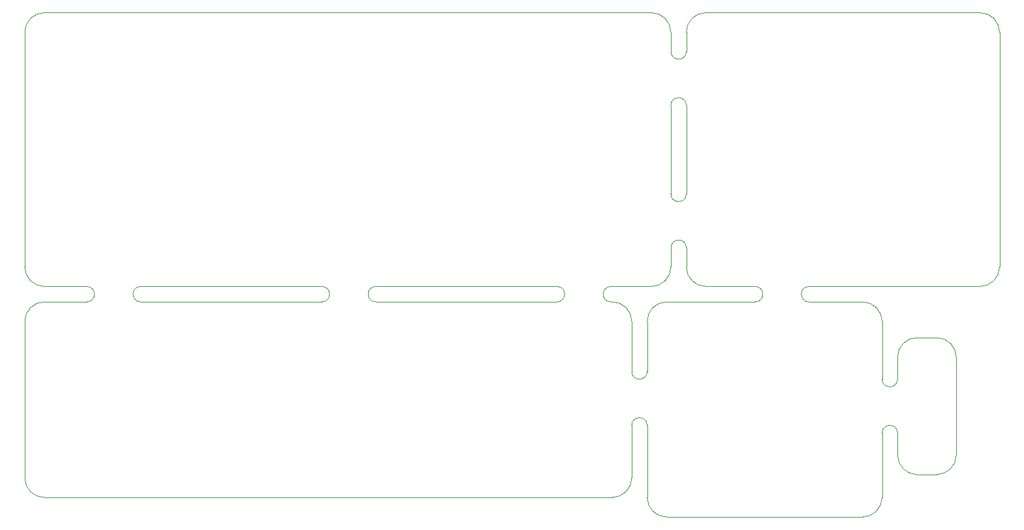
<source format=gbr>
%TF.GenerationSoftware,KiCad,Pcbnew,(6.0.2)*%
%TF.CreationDate,2022-03-22T07:27:24-04:00*%
%TF.ProjectId,Panel_Design_2,50616e65-6c5f-4446-9573-69676e5f322e,rev?*%
%TF.SameCoordinates,Original*%
%TF.FileFunction,Profile,NP*%
%FSLAX46Y46*%
G04 Gerber Fmt 4.6, Leading zero omitted, Abs format (unit mm)*
G04 Created by KiCad (PCBNEW (6.0.2)) date 2022-03-22 07:27:24*
%MOMM*%
%LPD*%
G01*
G04 APERTURE LIST*
%TA.AperFunction,Profile*%
%ADD10C,0.100000*%
%TD*%
G04 APERTURE END LIST*
D10*
X137174998Y-67919998D02*
G75*
G03*
X139174998Y-67919998I1000000J0D01*
G01*
X33994996Y-57879999D02*
X28494996Y-57879999D01*
X137174997Y-83279999D02*
X137174998Y-74919998D01*
X104694996Y-66919999D02*
X104694996Y-60419999D01*
X109774996Y-22859999D02*
X109774996Y-25359999D01*
X109774996Y-43859999D02*
X109774996Y-32359999D01*
X139174998Y-67919998D02*
X139174998Y-65069998D01*
X104694996Y-73919999D02*
X104694996Y-80739999D01*
X28494996Y-20319999D02*
X107234996Y-20319999D01*
X152414996Y-22859999D02*
G75*
G03*
X149874996Y-20319999I-2540001J-1D01*
G01*
X94994996Y-55879999D02*
X71494996Y-55879999D01*
X141714998Y-62529998D02*
G75*
G03*
X139174998Y-65069998I1J-2540001D01*
G01*
X104694996Y-60419999D02*
G75*
G03*
X102154996Y-57879999I-2540001J-1D01*
G01*
X146794999Y-77769999D02*
X146794999Y-65069999D01*
X111774996Y-50859999D02*
G75*
G03*
X109774996Y-50859999I-1000000J0D01*
G01*
X28494996Y-83279999D02*
X102154996Y-83279999D01*
X134634997Y-85819999D02*
G75*
G03*
X137174997Y-83279999I-1J2540001D01*
G01*
X139174998Y-74919998D02*
X139174999Y-77769999D01*
X139174998Y-74919998D02*
G75*
G03*
X137174998Y-74919998I-1000000J0D01*
G01*
X141714999Y-80309999D02*
X144254999Y-80309999D01*
X28494996Y-57879999D02*
G75*
G03*
X25954996Y-60419999I1J-2540001D01*
G01*
X111774996Y-32359999D02*
G75*
G03*
X109774996Y-32359999I-1000000J0D01*
G01*
X120694996Y-57879999D02*
X109234996Y-57879999D01*
X114314996Y-20319999D02*
G75*
G03*
X111774996Y-22859999I1J-2540001D01*
G01*
X25954996Y-80739999D02*
G75*
G03*
X28494996Y-83279999I2540001J1D01*
G01*
X111774996Y-25359999D02*
X111774996Y-22859999D01*
X107234996Y-55879999D02*
G75*
G03*
X109774996Y-53339999I-1J2540001D01*
G01*
X146794999Y-65069999D02*
G75*
G03*
X144254999Y-62529999I-2540001J-1D01*
G01*
X109234996Y-57879999D02*
G75*
G03*
X106694996Y-60419999I1J-2540001D01*
G01*
X114314996Y-55879999D02*
X120694996Y-55879999D01*
X106694996Y-73919999D02*
G75*
G03*
X104694996Y-73919999I-1000000J0D01*
G01*
X144254999Y-62529999D02*
X141714998Y-62529998D01*
X28494996Y-20319999D02*
G75*
G03*
X25954996Y-22859999I1J-2540001D01*
G01*
X109774996Y-50859999D02*
X109774996Y-53339999D01*
X107234996Y-55879999D02*
X101994996Y-55879999D01*
X25954996Y-53339999D02*
G75*
G03*
X28494996Y-55879999I2540001J1D01*
G01*
X137174998Y-60419998D02*
G75*
G03*
X134634998Y-57879998I-2540001J-1D01*
G01*
X109234997Y-85819999D02*
X134634997Y-85819999D01*
X64494996Y-57879999D02*
G75*
G03*
X64494996Y-55879999I0J1000000D01*
G01*
X149874996Y-20319999D02*
X114314996Y-20319999D01*
X40994996Y-57879999D02*
X64494996Y-57879999D01*
X111774996Y-53339999D02*
X111774996Y-50859999D01*
X109774996Y-22859999D02*
G75*
G03*
X107234996Y-20319999I-2540001J-1D01*
G01*
X139174999Y-77769999D02*
G75*
G03*
X141714999Y-80309999I2540001J1D01*
G01*
X127694996Y-57879999D02*
X134634998Y-57879998D01*
X33994996Y-57879999D02*
G75*
G03*
X33994996Y-55879999I0J1000000D01*
G01*
X144254999Y-80309999D02*
G75*
G03*
X146794999Y-77769999I-1J2540001D01*
G01*
X106694997Y-83279999D02*
G75*
G03*
X109234997Y-85819999I2540001J1D01*
G01*
X94994996Y-57879999D02*
G75*
G03*
X94994996Y-55879999I0J1000000D01*
G01*
X102154996Y-57879999D02*
X101994996Y-57879999D01*
X106694996Y-66919999D02*
X106694996Y-60419999D01*
X33994996Y-55879999D02*
X28494996Y-55879999D01*
X104694996Y-66919999D02*
G75*
G03*
X106694996Y-66919999I1000000J0D01*
G01*
X111774996Y-32359999D02*
X111774996Y-43859999D01*
X101994996Y-55879999D02*
G75*
G03*
X101994996Y-57879999I0J-1000000D01*
G01*
X137174998Y-67919998D02*
X137174998Y-60419998D01*
X106694996Y-73919999D02*
X106694997Y-83279999D01*
X109774996Y-43859999D02*
G75*
G03*
X111774996Y-43859999I1000000J0D01*
G01*
X64494996Y-55879999D02*
X40994996Y-55879999D01*
X152414996Y-53339999D02*
X152414996Y-22859999D01*
X127694996Y-55879999D02*
X149874996Y-55879999D01*
X127694996Y-55879999D02*
G75*
G03*
X127694996Y-57879999I0J-1000000D01*
G01*
X149874996Y-55879999D02*
G75*
G03*
X152414996Y-53339999I-1J2540001D01*
G01*
X40994996Y-55879999D02*
G75*
G03*
X40994996Y-57879999I0J-1000000D01*
G01*
X25954996Y-60419999D02*
X25954996Y-80739999D01*
X71494996Y-55879999D02*
G75*
G03*
X71494996Y-57879999I0J-1000000D01*
G01*
X109774996Y-25359999D02*
G75*
G03*
X111774996Y-25359999I1000000J0D01*
G01*
X94994996Y-57879999D02*
X71494996Y-57879999D01*
X111774996Y-53339999D02*
G75*
G03*
X114314996Y-55879999I2540001J1D01*
G01*
X102154996Y-83279999D02*
G75*
G03*
X104694996Y-80739999I-1J2540001D01*
G01*
X25954996Y-53339999D02*
X25954996Y-22859999D01*
X120694996Y-57879999D02*
G75*
G03*
X120694996Y-55879999I0J1000000D01*
G01*
M02*

</source>
